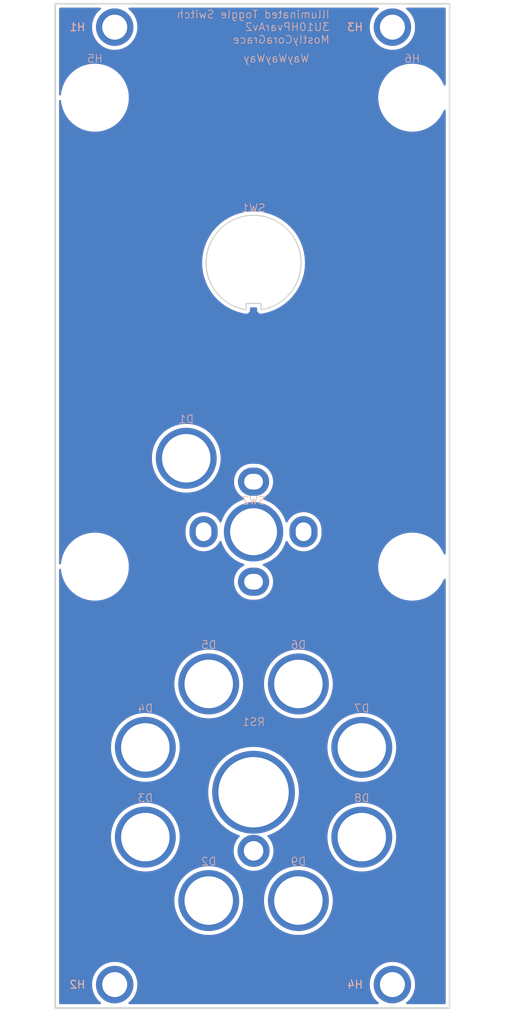
<source format=kicad_pcb>
(kicad_pcb (version 20241229) (generator "pcbnew") (generator_version "9.0")
  (layers (0 "F.Cu" signal) (2 "B.Cu" signal) (13 "F.Paste" user) (15 "B.Paste" user) (5 "F.SilkS" user "F.Silkscreen") (7 "B.SilkS" user "B.Silkscreen") (1 "F.Mask" user) (3 "B.Mask" user) (25 "Edge.Cuts" user))
  (net 0 "")
  (footprint "EXC:6mm_Panel_Mount_LED" (layer "F.Cu") (at 11.5418 97.5766)
    (property "Reference" "D4" (at 0 -5 0) (layer "B.SilkS") (effects (font (thickness 0.1)) (justify mirror)))
    (property "Value" "6mm_Panel_Mount_LED")
    (pad "" thru_hole circle (at 0 0) (size 7.8 7.8) (drill 6.2) (layers "*.Cu" "*.Mask"))
  )
  (footprint "EXC:6mm_Panel_Mount_LED" (layer "F.Cu") (at 19.6597 117.175)
    (property "Reference" "D2" (at 0 -5 0) (layer "B.SilkS") (effects (font (thickness 0.1)) (justify mirror)))
    (property "Value" "6mm_Panel_Mount_LED")
    (pad "" thru_hole circle (at 0 0) (size 7.8 7.8) (drill 6.2) (layers "*.Cu" "*.Mask"))
  )
  (footprint "EXC:6mm_Panel_Mount_LED" (layer "F.Cu") (at 31.1402 117.175)
    (property "Reference" "D9" (at 0 -5 0) (layer "B.SilkS") (effects (font (thickness 0.1)) (justify mirror)))
    (property "Value" "6mm_Panel_Mount_LED")
    (pad "" thru_hole circle (at 0 0) (size 7.8 7.8) (drill 6.2) (layers "*.Cu" "*.Mask"))
  )
  (footprint "EXC:Illuminated_Toggle_Switch_M12" (layer "F.Cu") (at 25.4 35.5787)
    (property "Reference" "SW1" (at 0 -7 0) (layer "B.SilkS") (effects (font (thickness 0.1)) (justify mirror)))
    (property "Value" "SW_Covered_SPST_w/LED_Panel_Mount")
    (fp_line (start -0.95 5.2) (end -0.95 6.00643) (stroke (width 0.15)) (layer "Edge.Cuts"))
    (fp_line (start -0.95 5.2) (end 0.95 5.2) (stroke (width 0.15)) (layer "Edge.Cuts"))
    (fp_line (start 0.95 5.2) (end 0.95 6.00643) (stroke (width 0.15)) (layer "Edge.Cuts"))
    (fp_arc (start -0.95 6.00643) (mid 0 -6.08132) (end 0.95 6.00643) (stroke (width 0.15)) (layer "Edge.Cuts"))
  )
  (footprint "EXC:6mm_Panel_Mount_LED" (layer "F.Cu") (at 19.6597 89.4586)
    (property "Reference" "D5" (at 0 -5 0) (layer "B.SilkS") (effects (font (thickness 0.1)) (justify mirror)))
    (property "Value" "6mm_Panel_Mount_LED")
    (pad "" thru_hole circle (at 0 0) (size 7.8 7.8) (drill 6.2) (layers "*.Cu" "*.Mask"))
  )
  (footprint "EXC:Handle_2UM4P60_B" (layer "F.Cu") (at 45.72 14.45)
    (property "Reference" "H6" (at 0 -5 0) (layer "B.SilkS") (effects (font (thickness 0.1)) (justify mirror)))
    (property "Value" "Handle_2UM4P60_PanelMount_B")
    (pad "" np_thru_hole circle (at 0 0) (size 8.2 8.2) (drill 8.2) (layers "*.Cu" "*.Mask"))
    (pad "" np_thru_hole circle (at 0 60) (size 8.2 8.2) (drill 8.2) (layers "*.Cu" "*.Mask"))
  )
  (footprint "EXC:MountingHole_3.2mm_M3" (layer "F.Cu") (at 7.62 127.925)
    (property "Reference" "H2" (at -3.683 0 0) (layer "B.SilkS") (effects (justify left mirror)))
    (property "Value" "Eurorack_M3_MountingHole")
    (pad "" thru_hole circle (at 0 0) (size 4.8 4.8) (drill 3.2) (layers "*.Cu" "*.Mask"))
  )
  (footprint "EXC:MountingHole_3.2mm_M3" (layer "F.Cu") (at 43.18 127.925)
    (property "Reference" "H4" (at -3.683 0 0) (layer "B.SilkS") (effects (justify left mirror)))
    (property "Value" "Eurorack_M3_MountingHole")
    (pad "" thru_hole circle (at 0 0) (size 4.8 4.8) (drill 3.2) (layers "*.Cu" "*.Mask"))
  )
  (footprint "EXC:6mm_Panel_Mount_LED" (layer "F.Cu") (at 16.78 60.5825)
    (property "Reference" "D1" (at 0 -5 0) (layer "B.SilkS") (effects (font (thickness 0.1)) (justify mirror)))
    (property "Value" "6mm_Panel_Mount_LED")
    (pad "" thru_hole circle (at 0 0) (size 7.8 7.8) (drill 6.2) (layers "*.Cu" "*.Mask"))
  )
  (footprint "EXC:Rotary_Selector_Panel_Mount_M9" (layer "F.Cu") (at 25.4 103.317)
    (property "Reference" "RS1" (at 0 -9 0) (layer "B.SilkS") (effects (font (thickness 0.1)) (justify mirror)))
    (property "Value" "8-way Rotary Selector")
    (pad "" thru_hole circle (at 0 0) (size 10.6 10.6) (drill 9) (layers "*.Cu" "*.Mask"))
    (pad "" thru_hole circle (at 0 7.5) (size 4.1 4.1) (drill 2.5) (layers "*.Cu" "*.Mask"))
  )
  (footprint "EXC:MountingHole_3.2mm_M3" (layer "F.Cu") (at 43.18 5.425)
    (property "Reference" "H3" (at -3.683 0 0) (layer "B.SilkS") (effects (justify left mirror)))
    (property "Value" "Eurorack_M3_MountingHole")
    (pad "" thru_hole circle (at 0 0) (size 4.8 4.8) (drill 3.2) (layers "*.Cu" "*.Mask"))
  )
  (footprint "EXC:6mm_Panel_Mount_LED" (layer "F.Cu") (at 11.5418 109.057)
    (property "Reference" "D3" (at 0 -5 0) (layer "B.SilkS") (effects (font (thickness 0.1)) (justify mirror)))
    (property "Value" "6mm_Panel_Mount_LED")
    (pad "" thru_hole circle (at 0 0) (size 7.8 7.8) (drill 6.2) (layers "*.Cu" "*.Mask"))
  )
  (footprint "EXC:6mm_Panel_Mount_LED" (layer "F.Cu") (at 31.1403 89.4586)
    (property "Reference" "D6" (at 0 -5 0) (layer "B.SilkS") (effects (font (thickness 0.1)) (justify mirror)))
    (property "Value" "6mm_Panel_Mount_LED")
    (pad "" thru_hole circle (at 0 0) (size 7.8 7.8) (drill 6.2) (layers "*.Cu" "*.Mask"))
  )
  (footprint "EXC:SW_SPDT_M6_Panel_Mount" (layer "F.Cu") (at 25.4 69.9825)
    (property "Reference" "SW2" (at 0 -4 0) (layer "B.SilkS") (effects (font (thickness 0.1)) (justify mirror)))
    (property "Value" "SW_SPST_M6_MOUNT")
    (pad "" thru_hole oval (at -6.4 0) (size 3.6 4) (drill oval 2 2.4) (layers "*.Cu" "*.Mask"))
    (pad "" thru_hole oval (at 0 -6.4) (size 4 3.6) (drill oval 2.4 2) (layers "*.Cu" "*.Mask"))
    (pad "" thru_hole circle (at 0 0) (size 7.6 7.6) (drill 6) (layers "*.Cu" "*.Mask"))
    (pad "" thru_hole oval (at 0 6.4) (size 4 3.6) (drill oval 2.4 2) (layers "*.Cu" "*.Mask"))
    (pad "" thru_hole oval (at 6.4 0) (size 3.6 4) (drill oval 2 2.4) (layers "*.Cu" "*.Mask"))
  )
  (footprint "EXC:Handle_2UM4P60_B" (layer "F.Cu") (at 5.08 14.45)
    (property "Reference" "H5" (at 0 -5 0) (layer "B.SilkS") (effects (font (thickness 0.1)) (justify mirror)))
    (property "Value" "Handle_2UM4P60_PanelMount_B")
    (pad "" np_thru_hole circle (at 0 0) (size 8.2 8.2) (drill 8.2) (layers "*.Cu" "*.Mask"))
    (pad "" np_thru_hole circle (at 0 60) (size 8.2 8.2) (drill 8.2) (layers "*.Cu" "*.Mask"))
  )
  (footprint "EXC:6mm_Panel_Mount_LED" (layer "F.Cu") (at 39.2582 97.5766)
    (property "Reference" "D7" (at 0 -5 0) (layer "B.SilkS") (effects (font (thickness 0.1)) (justify mirror)))
    (property "Value" "6mm_Panel_Mount_LED")
    (pad "" thru_hole circle (at 0 0) (size 7.8 7.8) (drill 6.2) (layers "*.Cu" "*.Mask"))
  )
  (footprint "EXC:6mm_Panel_Mount_LED" (layer "F.Cu") (at 39.2582 109.057)
    (property "Reference" "D8" (at 0 -5 0) (layer "B.SilkS") (effects (font (thickness 0.1)) (justify mirror)))
    (property "Value" "6mm_Panel_Mount_LED")
    (pad "" thru_hole circle (at 0 0) (size 7.8 7.8) (drill 6.2) (layers "*.Cu" "*.Mask"))
  )
  (footprint "EXC:MountingHole_3.2mm_M3" (layer "F.Cu") (at 7.62 5.425)
    (property "Reference" "H1" (at -3.683 0 0) (layer "B.SilkS") (effects (justify left mirror)))
    (property "Value" "Eurorack_M3_MountingHole")
    (pad "" thru_hole circle (at 0 0) (size 4.8 4.8) (drill 3.2) (layers "*.Cu" "*.Mask"))
  )
  (gr_rect (start 0 2.425) (end 50.5 130.925) (stroke (width 0.2)) (fill no) (layer "Edge.Cuts"))
  (gr_text "Illuminated Toggle Switch\n3U10HPvarAv2\nMostlyCoraGrace" (at 35.2 7.6 0) (layer "B.SilkS") (effects (font (size 1 1) (thickness 0.1)) (justify left bottom mirror)))
  (gr_text "WayWayWay" (at 32.6 10 0) (layer "B.SilkS") (effects (font (size 1 1) (thickness 0.1)) (justify left bottom mirror)))
  (zone (net 0) (net_name "") (layers "F.Cu" "B.Cu") (connect_pads (clearance 0.5)) (min_thickness 0.25) (fill yes (thermal_gap 0.5) (thermal_bridge_width 0.5) (island_removal_mode 1) (island_area_min 10))
    (polygon (pts (xy 0 2.425) (xy 50.5 2.425) (xy 50.5 130.925) (xy 0 130.925)))
  )
)
</source>
